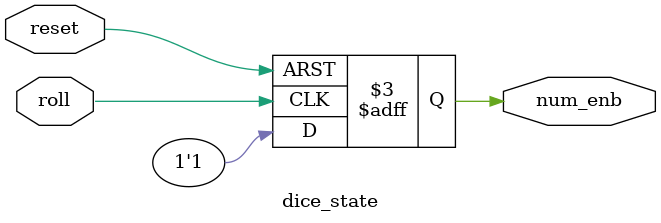
<source format=sv>
module dice_state (
	input logic roll,
	input logic reset,
	output logic num_enb
);

always_ff @(posedge roll, negedge reset) begin
	if (!reset) begin
		num_enb <= 0;
	end else if (roll) begin
		num_enb <= 1;
	end
end

endmodule
</source>
